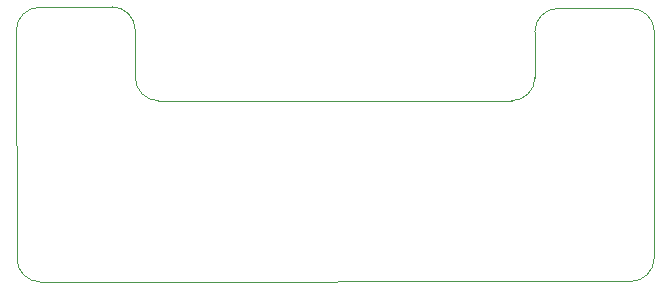
<source format=gbr>
G04 #@! TF.GenerationSoftware,KiCad,Pcbnew,5.1.5-52549c5~84~ubuntu18.04.1*
G04 #@! TF.CreationDate,2020-03-09T20:57:05+05:30*
G04 #@! TF.ProjectId,esdm,6573646d-2e6b-4696-9361-645f70636258,rev?*
G04 #@! TF.SameCoordinates,Original*
G04 #@! TF.FileFunction,Profile,NP*
%FSLAX46Y46*%
G04 Gerber Fmt 4.6, Leading zero omitted, Abs format (unit mm)*
G04 Created by KiCad (PCBNEW 5.1.5-52549c5~84~ubuntu18.04.1) date 2020-03-09 20:57:05*
%MOMM*%
%LPD*%
G04 APERTURE LIST*
%ADD10C,0.050000*%
G04 APERTURE END LIST*
D10*
X169050000Y-77230000D02*
X169070000Y-58030000D01*
X117070000Y-79220000D02*
X167090000Y-79190000D01*
X115050000Y-57940000D02*
X115110000Y-77260000D01*
X117070000Y-79220000D02*
G75*
G02X115110000Y-77260000I0J1960000D01*
G01*
X169050000Y-77230000D02*
G75*
G02X167090000Y-79190000I-1960000J0D01*
G01*
X125120000Y-57900000D02*
X125130000Y-61920000D01*
X127090000Y-63880000D02*
X157000000Y-63890000D01*
X158960000Y-58030000D02*
X158960000Y-61930000D01*
X160920000Y-56070000D02*
X167110000Y-56070000D01*
X117010000Y-55980000D02*
X123160000Y-55940000D01*
X127090000Y-63880000D02*
G75*
G02X125130000Y-61920000I0J1960000D01*
G01*
X158960000Y-61930000D02*
G75*
G02X157000000Y-63890000I-1960000J0D01*
G01*
X158960000Y-58030000D02*
G75*
G02X160920000Y-56070000I1960000J0D01*
G01*
X123160000Y-55940000D02*
G75*
G02X125120000Y-57900000I0J-1960000D01*
G01*
X115050000Y-57940000D02*
G75*
G02X117010000Y-55980000I1960000J0D01*
G01*
X167110000Y-56070000D02*
G75*
G02X169070000Y-58030000I0J-1960000D01*
G01*
M02*

</source>
